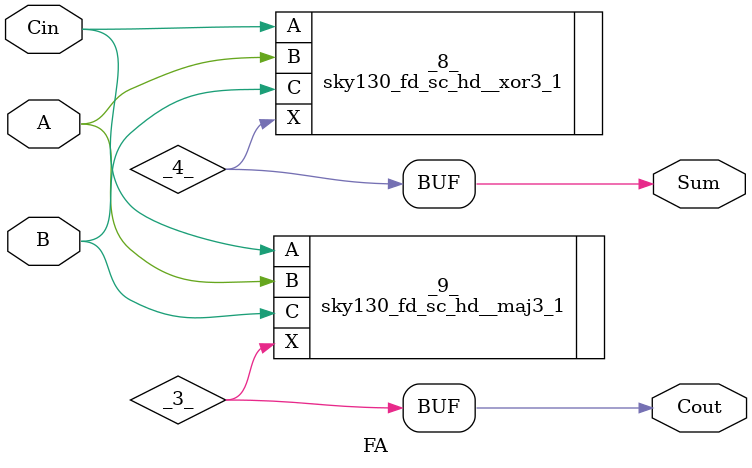
<source format=v>
/* Generated by Yosys 0.41+126 (git sha1 855ac285f, g++ 11.4.0-1ubuntu1~22.04 -fPIC -Os) */

module FA(A, B, Cin, Sum, Cout);
  wire _0_;
  wire _1_;
  wire _2_;
  wire _3_;
  wire _4_;
  wire _5_;
  wire _6_;
  wire _7_;
  input A;
  wire A;
  input B;
  wire B;
  input Cin;
  wire Cin;
  output Cout;
  wire Cout;
  output Sum;
  wire Sum;
  sky130_fd_sc_hd__xor3_1 _8_ (
    .A(_2_),
    .B(_0_),
    .C(_1_),
    .X(_4_)
  );
  sky130_fd_sc_hd__maj3_1 _9_ (
    .A(_2_),
    .B(_0_),
    .C(_1_),
    .X(_3_)
  );
  assign _2_ = Cin;
  assign Sum = _4_;
  assign _0_ = A;
  assign _1_ = B;
  assign Cout = _3_;
endmodule

</source>
